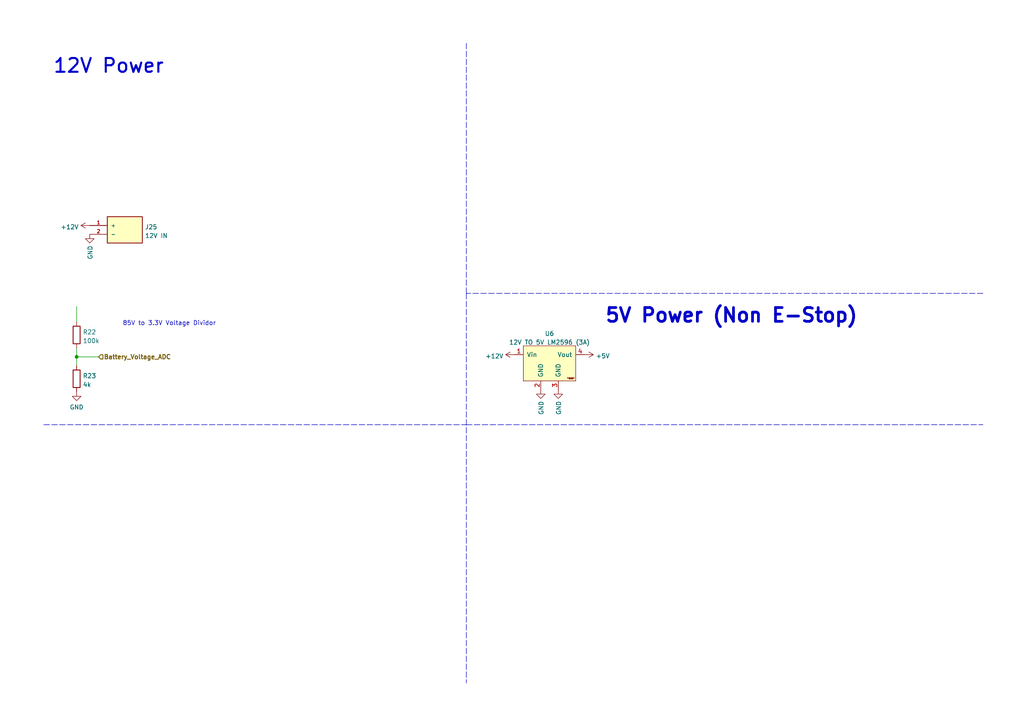
<source format=kicad_sch>
(kicad_sch (version 20211123) (generator eeschema)
  (paper "A4")
  (lib_symbols
    (symbol "Device:R" (pin_numbers hide) (pin_names (offset 0))
      (property "Reference" "R" (at 2.032 0 90))
      (property "Value" "R" (at 0 0 90))
      (symbol "R_0_1"
        (rectangle (start -1.016 -2.54) (end 1.016 2.54) (stroke (width 0.254)))
      )
      (symbol "R_1_1"
        (pin passive line (at 0 3.81 270) (length 1.27) (name "~") (number "1"))
        (pin passive line (at 0 -3.81 90) (length 1.27) (name "~") (number "2"))
      )
    )
    (symbol "XT60PW-M:XT60PW-M" (pin_names (offset 1.016))
      (property "Reference" "J" (at -5.08 5.715 0))
      (property "Value" "XT60PW-M" (at -5.08 -5.08 0))
      (symbol "XT60PW-M_0_0"
        (rectangle (start -5.08 -2.54) (end 5.08 5.08) (stroke (width 0.254)) (fill (type background)))
        (pin passive line (at -10.16 2.54 0) (length 5.08) (name "+") (number "1"))
        (pin passive line (at -10.16 0 0) (length 5.08) (name "-") (number "2"))
      )
    )
    (symbol "dcdc_stepdown_lm2596:YAAJ_DCDC_StepDown_LM2596" (pin_names (offset 1.016))
      (property "Reference" "U" (at -5.08 6.35 0))
      (property "Value" "YAAJ_DCDC_StepDown_LM2596" (at 0 11.43 0))
      (symbol "YAAJ_DCDC_StepDown_LM2596_0_1"
        (rectangle (start -7.62 5.08) (end 7.62 -5.08) (fill (type background)))
      )
      (symbol "YAAJ_DCDC_StepDown_LM2596_1_1"
        (text "Y@@V" (at 6.1976 -4.2672 0) (effects (font (size 0.508 0.508))))
        (pin power_in line (at -10.16 2.54 0) (length 2.54) (name "Vin") (number "1"))
        (pin power_in line (at -2.54 -7.62 90) (length 2.54) (name "GND") (number "2"))
        (pin power_in line (at 2.54 -7.62 90) (length 2.54) (name "GND") (number "3"))
        (pin power_out line (at 10.16 2.54 180) (length 2.54) (name "Vout") (number "4"))
      )
    )
    (symbol "power:+12V" (power) (pin_names (offset 0))
      (property "Value" "+12V" (at 0 3.556 0))
      (symbol "+12V_0_1"
        (polyline (pts (xy -0.762 1.27) (xy 0 2.54)))
        (polyline (pts (xy 0 0) (xy 0 2.54)))
        (polyline (pts (xy 0 2.54) (xy 0.762 1.27)))
      )
      (symbol "+12V_1_1"
        (pin power_in line (at 0 0 90) (length 0) hide (name "+12V") (number "1"))
      )
    )
    (symbol "power:+5V" (power) (pin_names (offset 0))
      (property "Value" "+5V" (at 0 3.556 0))
      (symbol "+5V_0_1"
        (polyline (pts (xy -0.762 1.27) (xy 0 2.54)))
        (polyline (pts (xy 0 0) (xy 0 2.54)))
        (polyline (pts (xy 0 2.54) (xy 0.762 1.27)))
      )
      (symbol "+5V_1_1"
        (pin power_in line (at 0 0 90) (length 0) hide (name "+5V") (number "1"))
      )
    )
    (symbol "power:GND" (power) (pin_names (offset 0))
      (property "Value" "GND" (at 0 -3.81 0))
      (symbol "GND_0_1"
        (polyline (pts (xy 0 0) (xy 0 -1.27) (xy 1.27 -1.27) (xy 0 -2.54) (xy -1.27 -1.27) (xy 0 -1.27)))
      )
      (symbol "GND_1_1"
        (pin power_in line (at 0 0 270) (length 0) hide (name "GND") (number "1"))
      )
    )
  )
  (junction (at 22.225 103.505))
  (wire (pts (xy 22.225 103.505) (xy 22.225 106.045)))
  (polyline (pts (xy 135.255 85.09) (xy 135.255 198.12)))
  (polyline (pts (xy 285.115 85.09) (xy 135.255 85.09)))
  (wire (pts (xy 22.225 103.505) (xy 28.575 103.505)))
  (polyline (pts (xy 135.255 123.19) (xy 285.115 123.19)))
  (polyline (pts (xy 12.7 123.19) (xy 135.255 123.19)))
  (polyline (pts (xy 135.255 85.09) (xy 135.255 12.065)))
  (wire (pts (xy 22.225 88.9) (xy 22.225 93.345)))
  (wire (pts (xy 22.225 100.965) (xy 22.225 103.505)))
  (text "12V Power" (at 15.24 21.59 0) (effects (font (size 4 4) (thickness 0.6) bold) (justify left bottom)))
  (text "24V In:\n	- 2x XT60 Terminals\n	" (at -36.195 26.035 0) (effects (font (size 1.27 1.27) bold) (justify left bottom)))
  (text "notes\n" (at 299.085 117.475 0) (effects (font (size 2 2)) (justify left bottom)))
  (text "85V to 3.3V Voltage Dividor" (at 35.56 94.615 0) (effects (font (size 1.27 1.27)) (justify left bottom)))
  (text "5V Power (Non E-Stop)" (at 175.26 93.98 0) (effects (font (size 4 4) bold) (justify left bottom)))
  (hierarchical_label "Battery_Voltage_ADC" (shape input) (at 28.575 103.505 0) (effects (font bold)))
  (symbol (lib_id "power:GND") (at 26.035 67.945 0) (unit 1)
    (property "Reference" "#PWR0166" (effects hide))
    (property "Value" "GND" (at 26.162 71.1962 90) (effects (justify right)))
  )
  (symbol (lib_id "power:+5V") (at 169.545 102.87 270) (unit 1)
    (property "Reference" "#PWR0164" (effects hide))
    (property "Value" "+5V" (at 172.7962 103.251 90) (effects (justify left)))
  )
  (symbol (lib_id "dcdc_stepdown_lm2596:YAAJ_DCDC_StepDown_LM2596") (at 159.385 105.41 0) (unit 1)
    (property "Reference" "U6" (at 159.385 96.7572 0))
    (property "Value" "12V TO 5V LM2596 (3A)" (at 159.385 99.2941 0))
    (property "Footprint" "dylan:DCDC_StepDown_LM2596" (effects hide))
  )
  (symbol (lib_id "Device:R") (at 22.225 97.155 0) (unit 1)
    (property "Reference" "R22" (at 24.003 96.3203 0) (effects (justify left)))
    (property "Value" "100k" (at 24.003 98.8572 0) (effects (justify left)))
    (property "Footprint" "Resistor_SMD:R_0805_2012Metric_Pad1.20x1.40mm_HandSolder" (effects hide))
  )
  (symbol (lib_id "power:GND") (at 161.925 113.03 0) (unit 1)
    (property "Reference" "#PWR0156" (effects hide))
    (property "Value" "GND" (at 162.052 116.2812 90) (effects (justify right)))
  )
  (symbol (lib_id "power:GND") (at 156.845 113.03 0) (unit 1)
    (property "Reference" "#PWR0154" (effects hide))
    (property "Value" "GND" (at 156.972 116.2812 90) (effects (justify right)))
  )
  (symbol (lib_id "XT60PW-M:XT60PW-M") (at 36.195 67.945 0) (unit 1)
    (property "Reference" "J25" (at 42.037 65.8403 0) (effects (justify left)))
    (property "Value" "12V IN" (at 42.037 68.3772 0) (effects (justify left)))
    (property "Footprint" "dylan:AMASS_XT60PW-M" (effects hide))
    (property "MANUFACTURER" "AMASS" (effects hide))
    (property "PARTREV" "V1.2" (effects hide))
    (property "STANDARD" "Manufacturer recommendations" (effects hide))
    (property "MAXIMUM_PACKAGE_HEIGHT" "8.4 mm" (effects hide))
  )
  (symbol (lib_id "power:+12V") (at 26.035 65.405 90) (unit 1)
    (property "Reference" "#PWR0165" (effects hide))
    (property "Value" "+12V" (at 22.86 65.8388 90) (effects (justify left)))
  )
  (symbol (lib_id "Device:R") (at 22.225 109.855 0) (unit 1)
    (property "Reference" "R23" (at 24.003 109.0203 0) (effects (justify left)))
    (property "Value" "4k" (at 24.003 111.5572 0) (effects (justify left)))
    (property "Footprint" "Resistor_SMD:R_0805_2012Metric_Pad1.20x1.40mm_HandSolder" (effects hide))
  )
  (symbol (lib_id "power:GND") (at 22.225 113.665 0) (unit 1)
    (property "Reference" "#PWR0196" (effects hide))
    (property "Value" "GND" (at 22.225 118.1084 0))
  )
  (symbol (lib_id "power:+12V") (at 149.225 102.87 90) (unit 1)
    (property "Reference" "#PWR0153" (effects hide))
    (property "Value" "+12V" (at 146.05 103.3038 90) (effects (justify left)))
  )
)
</source>
